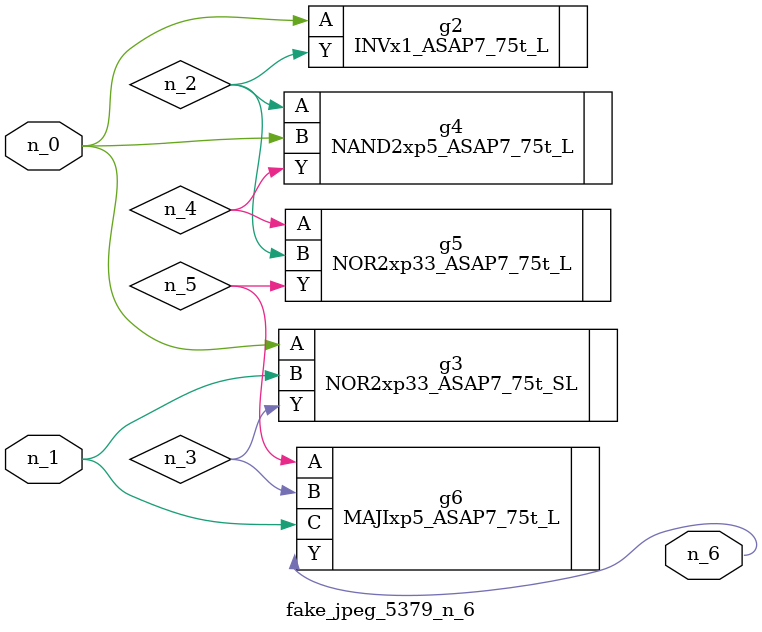
<source format=v>
module fake_jpeg_5379_n_6 (n_0, n_1, n_6);

input n_0;
input n_1;

output n_6;

wire n_2;
wire n_3;
wire n_4;
wire n_5;

INVx1_ASAP7_75t_L g2 ( 
.A(n_0),
.Y(n_2)
);

NOR2xp33_ASAP7_75t_SL g3 ( 
.A(n_0),
.B(n_1),
.Y(n_3)
);

NAND2xp5_ASAP7_75t_L g4 ( 
.A(n_2),
.B(n_0),
.Y(n_4)
);

NOR2xp33_ASAP7_75t_L g5 ( 
.A(n_4),
.B(n_2),
.Y(n_5)
);

MAJIxp5_ASAP7_75t_L g6 ( 
.A(n_5),
.B(n_3),
.C(n_1),
.Y(n_6)
);


endmodule
</source>
